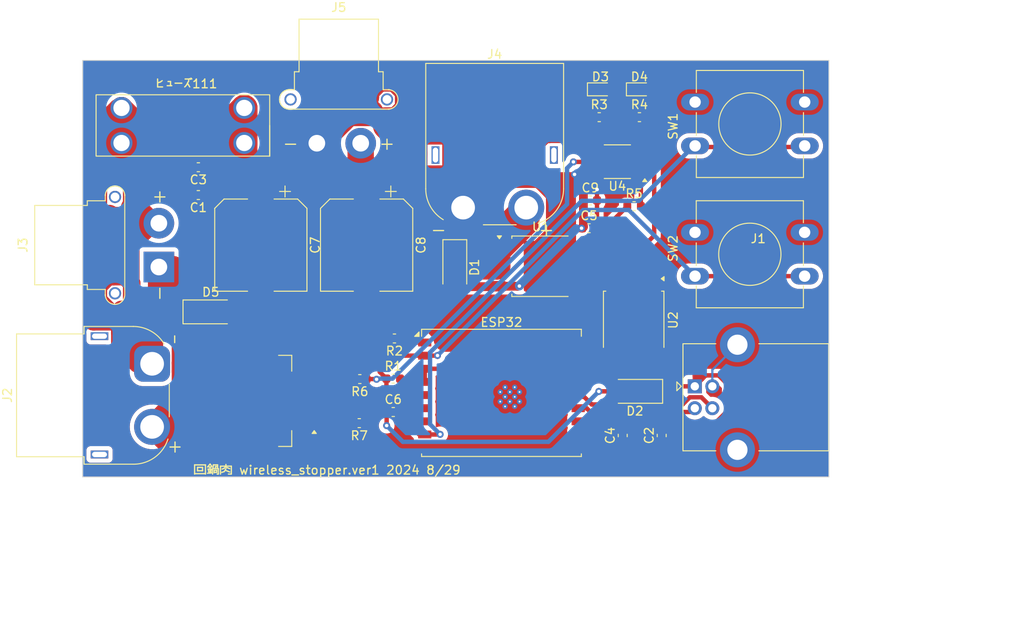
<source format=kicad_pcb>
(kicad_pcb (version 20240108) (generator "pcbnew") (generator_version "8.0")
  (layers (0 "F.Cu" signal) (31 "B.Cu" signal) (34 "B.Paste" user) (35 "F.Paste" user) (36 "B.SilkS" user "B.Silkscreen") (37 "F.SilkS" user "F.Silkscreen") (38 "B.Mask" user) (39 "F.Mask" user) (44 "Edge.Cuts" user))
  (net 0 "")
  (net 1 "+24V")
  (net 2 "GND1")
  (net 3 "GND")
  (net 4 "+5V")
  (net 5 "+12V")
  (net 6 "+3.3V")
  (net 7 "Net-(D3-A)")
  (net 8 "Net-(D4-A)")
  (net 9 "-1")
  (net 10 "USB+")
  (net 11 "USB-")
  (net 12 "+1")
  (net 13 "Net-(Q1-G)")
  (net 14 "Net-(U3-IO9)")
  (net 15 "Net-(U3-EN)")
  (net 16 "Net-(R5-Pad2)")
  (net 17 "PS1")
  (net 18 "Net-(R6-Pad1)")
  (footprint "Package_TO_SOT_SMD:TO-252-2" (layer "F.Cu") (at 188.575 84.765 -90)
    (property "Reference" "U2")
    (property "Value" "LP2950-3.3_TO252")
  )
  (footprint "RF_Module:ESP32-C3-WROOM-02U" (layer "F.Cu") (at 173.495 93.315)
    (property "Reference" "ESP32")
    (property "Value" "ESP32-C3-WROOM-02U")
  )
  (footprint "Connector_AMASS:AMASS_XT30PW-F_1x02_P2.50mm_Horizontal" (layer "F.Cu") (at 134.42 78.7 90)
    (property "Reference" "J3")
    (property "Value" "XT60PW-M")
  )
  (footprint "Capacitor_SMD:C_0603_1608Metric" (layer "F.Cu") (at 191.77 97.93 90)
    (property "Reference" "C2")
    (property "Value" "47u")
  )
  (footprint "Capacitor_SMD:C_0603_1608Metric" (layer "F.Cu") (at 138.925 67.31 180)
    (property "Reference" "C3")
    (property "Value" "0.1u")
  )
  (footprint "Capacitor_SMD:C_0603_1608Metric" (layer "F.Cu") (at 161.15 95.25)
    (property "Reference" "C6")
    (property "Value" "0.1u")
  )
  (footprint "Capacitor_SMD:CP_Elec_10x10" (layer "F.Cu") (at 146.05 76.2 -90)
    (property "Reference" "C7")
    (property "Value" "330u")
  )
  (footprint "Capacitor_SMD:C_0603_1608Metric" (layer "F.Cu") (at 157.2768 96.52 180)
    (property "Reference" "R7")
    (property "Value" "10")
  )
  (footprint "Capacitor_SMD:CP_Elec_10x10" (layer "F.Cu") (at 158.115 76.2 -90)
    (property "Reference" "C8")
    (property "Value" "330u")
  )
  (footprint "Connector_AMASS:AMASS_XT60PW-M_1x02_P7.20mm_Horizontal" (layer "F.Cu") (at 169.12 71.92)
    (property "Reference" "J4")
    (property "Value" "XT60PW-M")
  )
  (footprint "Capacitor_SMD:C_0603_1608Metric" (layer "F.Cu") (at 187.325 97.93 90)
    (property "Reference" "C4")
    (property "Value" "0.1u")
  )
  (footprint "Connector_USB:USB_B_Lumberg_2411_02_Horizontal" (layer "F.Cu") (at 195.546 92.318)
    (property "Reference" "J1")
    (property "Value" "USB_B")
  )
  (footprint "Package_SO:MFSOP6-5_4.4x3.6mm_P1.27mm" (layer "F.Cu") (at 186.715 66.675 180)
    (property "Reference" "U4")
    (property "Value" "TLP130")
  )
  (footprint "Connector_AMASS:AMASS_XT60PW-F_1x02_P7.20mm_Horizontal" (layer "F.Cu") (at 133.65 89.745 90)
    (property "Reference" "J2")
    (property "Value" "XT60PW-M")
  )
  (footprint "Button_Switch_THT:SW_PUSH-12mm" (layer "F.Cu") (at 195.571 74.743)
    (property "Reference" "SW2")
    (property "Value" "RESET")
  )
  (footprint "Capacitor_SMD:C_0603_1608Metric" (layer "F.Cu") (at 189.23 61.595)
    (property "Reference" "R4")
    (property "Value" "550")
  )
  (footprint "Connector_AMASS:AMASS_XT30PW-F_1x02_P2.50mm_Horizontal" (layer "F.Cu") (at 152.44 64.57)
    (property "Reference" "J5")
    (property "Value" "XT60PW-M")
  )
  (footprint "Diode_SMD:D_SOD-128" (layer "F.Cu") (at 188.715 92.89 180)
    (property "Reference" "D2")
    (property "Value" "D")
  )
  (footprint "Capacitor_SMD:C_0603_1608Metric" (layer "F.Cu") (at 157.34 91.4908 180)
    (property "Reference" "R6")
    (property "Value" "1K")
  )
  (footprint "Capacitor_SMD:C_0603_1608Metric" (layer "F.Cu") (at 138.925 70.485 180)
    (property "Reference" "C1")
    (property "Value" "47u")
  )
  (footprint "Capacitor_SMD:C_0603_1608Metric" (layer "F.Cu") (at 161.15 91.44)
    (property "Reference" "R1")
    (property "Value" "10K")
  )
  (footprint "XS-506:XS-506A" (layer "F.Cu") (at 137.56 66.04 180)
    (property "Reference" "ヒューズ111")
    (property "Value" "~")
  )
  (footprint "Capacitor_SMD:C_0603_1608Metric" (layer "F.Cu") (at 188.62 71.755)
    (property "Reference" "R5")
    (property "Value" "100")
  )
  (footprint "Button_Switch_THT:SW_PUSH-12mm" (layer "F.Cu") (at 195.58 59.8716)
    (property "Reference" "SW1")
    (property "Value" "BOOT")
  )
  (footprint "Capacitor_SMD:C_0603_1608Metric" (layer "F.Cu") (at 184.645 61.595)
    (property "Reference" "R3")
    (property "Value" "1k")
  )
  (footprint "Package_TO_SOT_SMD:TO-263-2" (layer "F.Cu") (at 144.75 93.98 180)
    (property "Reference" "Q1" (hide yes))
    (property "Value" "RSJ400N10")
  )
  (footprint "Capacitor_SMD:C_0603_1608Metric" (layer "F.Cu") (at 161.29 86.855 180)
    (property "Reference" "R2")
    (property "Value" "10K")
  )
  (footprint "LED_SMD:LED_0603_1608Metric" (layer "F.Cu") (at 189.23 58.42)
    (property "Reference" "D4")
    (property "Value" "LED")
  )
  (footprint "Capacitor_SMD:C_0603_1608Metric" (layer "F.Cu") (at 183.6166 71.0946)
    (property "Reference" "C9")
    (property "Value" "0.1u")
  )
  (footprint "Diode_SMD:D_SOD-128" (layer "F.Cu") (at 168.1734 78.74 -90)
    (property "Reference" "D1")
    (property "Value" "D")
  )
  (footprint "Diode_SMD:D_SOD-128" (layer "F.Cu") (at 140.335 83.82)
    (property "Reference" "D5")
    (property "Value" "D")
  )
  (footprint "LED_SMD:LED_0603_1608Metric" (layer "F.Cu") (at 184.785 58.42)
    (property "Reference" "D3")
    (property "Value" "LED")
  )
  (footprint "Capacitor_SMD:C_0603_1608Metric" (layer "F.Cu") (at 183.4766 74.2696)
    (property "Reference" "C5")
    (property "Value" "0.1u")
  )
  (footprint "Package_TO_SOT_SMD:TO-252-2" (layer "F.Cu") (at 177.9864 78.612)
    (property "Reference" "U1")
    (property "Value" "L7812")
  )
  (gr_rect (start 125.73 55.118) (end 210.8454 102.6668) (stroke (width 0.1)) (fill none) (layer "Edge.Cuts"))
  (gr_text "回鍋肉 wireless_stopper.ver1 2024 8/29" (at 138.303 102.4636 0) (layer "F.SilkS") (effects (font (size 1 1)) (justify left bottom)))
  (segment (start 161.5318 72.2) (end 162.7378 73.406) (width 3) (layer "F.Cu") (net 1))
  (segment (start 140.462 64.238) (end 140.462 67.148) (width 3) (layer "F.Cu") (net 1))
  (segment (start 160.1094 72.0344) (end 159.9438 72.2) (width 3) (layer "F.Cu") (net 1))
  (segment (start 154.793 69.449) (end 153.852 70.39) (width 3) (layer "F.Cu") (net 1))
  (segment (start 159.9438 72.2) (end 161.5318 72.2) (width 3) (layer "F.Cu") (net 1))
  (segment (start 156.222 68.02) (end 144.918 68.02) (width 3) (layer "F.Cu") (net 1))
  (segment (start 176.32 73.563717) (end 176.32 71.92) (width 3) (layer "F.Cu") (net 1))
  (segment (start 161.3916 74.422) (end 165.5896 78.62) (width 3) (layer "F.Cu") (net 1))
  (segment (start 173 78.62) (end 173 75.24) (width 3) (layer "F.Cu") (net 1))
  (segment (start 144.16 60.54) (end 144.16 64.54) (width 3) (layer "F.Cu") (net 1))
  (segment (start 147.288 70.39) (end 149.098 72.2) (width 3) (layer "F.Cu") (net 1))
  (segment (start 158.476 67.838) (end 162.6724 72.0344) (width 3) (layer "F.Cu") (net 1))
  (segment (start 144.123596 64.54) (end 141.353596 67.31) (width 3) (layer "F.Cu") (net 1))
  (segment (start 162.6724 72.0344) (end 163.1696 72.0344) (width 3) (layer "F.Cu") (net 1))
  (segment (start 165.5896 78.62) (end 173 78.62) (width 3) (layer "F.Cu") (net 1))
  (segment (start 165.2778 72.0344) (end 163.1696 72.0344) (width 3) (layer "F.Cu") (net 1))
  (segment (start 144.16 64.54) (end 144.123596 64.54) (width 3) (layer "F.Cu") (net 1))
  (segment (start 172.57 75.67) (end 173 75.24) (width 3) (layer "F.Cu") (net 1))
  (segment (start 158.115 72.2) (end 159.9438 72.2) (width 3) (layer "F.Cu") (net 1))
  (segment (start 140.3 68.834) (end 140.3 64.4) (width 3) (layer "F.Cu") (net 1))
  (segment (start 168.275 78.445) (end 172.825 78.445) (width 3) (layer "F.Cu") (net 1))
  (segment (start 144.272 74.422) (end 160.655 74.422) (width 3) (layer "F.Cu") (net 1))
  (segment (start 157.44 64.57) (end 157.44 66.802) (width 3) (layer "F.Cu") (net 1))
  (segment (start 153.852 70.39) (end 147.288 70.39) (width 3) (layer "F.Cu") (net 1))
  (segment (start 140.3 70.485) (end 141.986 70.485) (width 3) (layer "F.Cu") (net 1))
  (segment (start 162.7378 73.406) (end 167.9518 78.62) (width 3) (layer "F.Cu") (net 1))
  (segment (start 155.448 72.2) (end 158.115 72.2) (width 3) (layer "F.Cu") (net 1))
  (segment (start 157.44 71.525) (end 158.115 72.2) (width 3) (layer "F.Cu") (net 1))
  (segment (start 144.335 70.485) (end 146.05 72.2) (width 3) (layer "F.Cu") (net 1))
  (segment (start 158.476 67.838) (end 158.476 69.1442) (width 3) (layer "F.Cu") (net 1))
  (segment (start 140.3 67.31) (end 140.3 68.834) (width 3) (layer "F.Cu") (net 1))
  (segment (start 167.9518 78.62) (end 173 78.62) (width 3) (layer "F.Cu") (net 1))
  (segment (start 155.448 70.104) (end 154.793 69.449) (width 3) (layer "F.Cu") (net 1))
  (segment (start 163.1696 72.0344) (end 160.1094 72.0344) (width 3) (layer "F.Cu") (net 1))
  (segment (start 164.065 74.235) (end 165.5 75.67) (width 3) (layer "F.Cu") (net 1))
  (segment (start 176.32 70.88) (end 176.32 71.92) (width 0.5) (layer "F.Cu") (net 1))
  (segment (start 140.3 70.485) (end 140.335 70.485) (width 3) (layer "F.Cu") (net 1))
  (segment (start 160.655 74.422) (end 163.83 74.422) (width 3) (layer "F.Cu") (net 1))
  (segment (start 144.16 66.802) (end 144.16 70.31) (width 3) (layer "F.Cu") (net 1))
  (segment (start 169.12 77.6) (end 168.275 78.445) (width 3) (layer "F.Cu") (net 1))
  (segment (start 164.252 74.422) (end 163.83 74.422) (width 3) (layer "F.Cu") (net 1))
  (segment (start 157.44 66.802) (end 158.476 67.838) (width 3) (layer "F.Cu") (net 1))
  (segment (start 144.16 66.802) (end 144.16 67.262) (width 3) (layer "F.Cu") (net 1))
  (segment (start 144.16 67.262) (end 147.288 70.39) (width 3) (layer "F.Cu") (net 1))
  (segment (start 165.5 75.67) (end 165.2778 75.4478) (width 3) (layer "F.Cu") (net 1))
  (segment (start 168.275 78.445) (end 164.252 74.422) (width 3) (layer "F.Cu") (net 1))
  (segment (start 158.476 69.1442) (end 162.7378 73.406) (width 3) (layer "F.Cu") (net 1))
  (segment (start 165.5 75.67) (end 172.57 75.67) (width 3) (layer "F.Cu") (net 1))
  (segment (start 149.098 72.2) (end 155.448 72.2) (width 3) (layer "F.Cu") (net 1))
  (segment (start 140.335 70.485) (end 144.272 74.422) (width 3) (layer "F.Cu") (net 1))
  (segment (start 155.448 72.2) (end 155.448 70.104) (width 3) (layer "F.Cu") (net 1))
  (segment (start 173 76.883717) (end 176.32 73.563717) (width 3) (layer "F.Cu") (net 1))
  (segment (start 141.353596 67.31) (end 140.3 67.31) (width 3) (layer "F.Cu") (net 1))
  (segment (start 157.44 66.802) (end 156.222 68.02) (width 3) (layer "F.Cu") (net 1))
  (segment (start 144.16 60.54) (end 140.462 64.238) (width 3) (layer "F.Cu") (net 1))
  (segment (start 141.986 67.942404) (end 141.353596 67.31) (width 3) (layer "F.Cu") (net 1))
  (segment (start 141.986 70.485) (end 141.986 67.942404) (width 3) (layer "F.Cu") (net 1))
  (segment (start 157.44 66.802) (end 157.44 69.85) (width 3) (layer "F.Cu") (net 1))
  (segment (start 144.918 68.02) (end 144.16 67.262) (width 3) (layer "F.Cu") (net 1))
  (segment (start 173 75.24) (end 176.32 71.92) (width 3) (layer "F.Cu") (net 1))
  (segment (start 157.44 66.802) (end 154.793 69.449) (width 3) (layer "F.Cu") (net 1))
  (segment (start 160.655 74.422) (end 161.3916 74.422) (width 3) (layer "F.Cu") (net 1))
  (segment (start 140.3 64.4) (end 140.462 64.238) (width 3) (layer "F.Cu") (net 1))
  (segment (start 144.16 70.31) (end 144.335 70.485) (width 3) (layer "F.Cu") (net 1))
  (segment (start 140.462 67.148) (end 140.3 67.31) (width 3) (layer "F.Cu") (net 1))
  (segment (start 146.05 72.2) (end 149.098 72.2) (width 3) (layer "F.Cu") (net 1))
  (segment (start 173 78.62) (end 173 76.883717) (width 3) (layer "F.Cu") (net 1))
  (segment (start 165.2778 75.4478) (end 165.2778 72.0344) (width 3) (layer "F.Cu") (net 1))
  (segment (start 140.3 68.834) (end 140.3 70.485) (width 3) (layer "F.Cu") (net 1))
  (segment (start 157.44 69.85) (end 157.44 71.525) (width 3) (layer "F.Cu") (net 1))
  (segment (start 144.16 60.54) (end 144.16 66.802) (width 3) (layer "F.Cu") (net 1))
  (segment (start 141.986 70.485) (end 144.335 70.485) (width 3) (layer "F.Cu") (net 1))
  (segment (start 154.3762 85.72) (end 154.7114 86.0552) (width 3) (layer "F.Cu") (net 2))
  (segment (start 179.57 75.049) (end 180.3908 75.8698) (width 0.5) (layer "F.Cu") (net 2))
  (segment (start 177.9 67.3) (end 177.9 68.1) (width 0.5) (layer "F.Cu") (net 2))
  (segment (start 162.2806 61.2648) (end 161.5754 61.97) (width 3) (layer "F.Cu") (net 2))
  (segment (start 180.2158 79.375) (end 177.625 76.7842) (width 2) (layer "F.Cu") (net 2))
  (segment (start 141.732 76.2) (end 142.113 76.581) (width 0.5) (layer "F.Cu") (net 2))
  (segment (start 179.1716 69.627182) (end 180.327182 69.627182) (width 0.5) (layer "F.Cu") (net 2))
  (segment (start 167.248424 86.878576) (end 167.248424 85.218424) (width 3) (layer "F.Cu") (net 2))
  (segment (start 163.82 68.62) (end 163.5506 68.3506) (width 3) (layer "F.Cu") (net 2))
  (segment (start 172.3136 86.868) (end 169.5106 86.868) (width 3) (layer "F.Cu") (net 2))
  (segment (start 141.351 75.692) (end 141.351 75.946) (width 0.5) (layer "F.Cu") (net 2))
  (segment (start 147 85.72) (end 154.3762 85.72) (width 3) (layer "F.Cu") (net 2))
  (segment (start 178.7 68.1) (end 177.9 68.1) (width 0.5) (layer "F.Cu") (net 2))
  (segment (start 170.1 64.3) (end 169.4 65) (width 0.5) (layer "F.Cu") (net 2))
  (segment (start 178.2 64.3) (end 177.8 64.3) (width 0.5) (layer "F.Cu") (net 2))
  (segment (start 170.2908 71.92) (end 174.0408 68.17) (width 3) (layer "F.Cu") (net 2))
  (segment (start 165.3794 82.160644) (end 165.3794 81.82) (width 3) (layer "F.Cu") (net 2))
  (segment (start 181.2 68.127182) (end 181.827182 68.127182) (width 0.5) (layer "F.Cu") (net 2))
  (segment (start 181.149282 68.805082) (end 180.754364 69.2) (width 0.5) (layer "F.Cu") (net 2))
  (segment (start 155.187182 61.943782) (end 156.010963 61.12) (width 3) (layer "F.Cu") (net 2))
  (segment (start 144.885 86.17) (end 142.535 83.82) (width 3) (layer "F.Cu") (net 2))
  (segment (start 141.986 75.184) (end 141.986 75.946) (width 0.5) (layer "F.Cu") (net 2))
  (segment (start 168.2399 63.8399) (end 167.62 63.22) (width 3) (layer "F.Cu") (net 2))
  (segment (start 180.975 79.375) (end 180.975 77.7748) (width 0.5) (layer "F.Cu") (net 2))
  (segment (start 181.0766 84.4296) (end 180.975 84.328) (width 3) (layer "F.Cu") (net 2))
  (segment (start 180.9214 77.087) (end 180.9214 76.070449) (width 0.25) (layer "F.Cu") (net 2))
  (segment (start 177.9552 84.328) (end 177.625 83.9978) (width 3) (layer "F.Cu") (net 2))
  (segment (start 181.299849 71.633351) (end 180.9214 72.0118) (width 0.5) (layer "F.Cu") (net 2))
  (segment (start 141.224 76.708) (end 141.224 76.5) (width 0.5) (layer "F.Cu") (net 2))
  (segment (start 180.2 69.2) (end 179.7304 69.2) (width 0.5) (layer "F.Cu") (net 2))
  (segment (start 164.6174 62.7477) (end 167.1477 62.7477) (width 2) (layer "F.Cu") (net 2))
  (segment (start 179.57 74.8392) (end 179.57 75.049) (width 0.5) (layer "F.Cu") (net 2))
  (segment (start 180.975 79.375) (end 180.2158 79.375) (width 2) (layer "F.Cu") (net 2))
  (segment (start 159.445887 57.17) (end 161.434113 57.17) (width 3) (layer "F.Cu") (net 2))
  (segment (start 169.12 71.92) (end 169.12 68.4784) (width 3) (layer "F.Cu") (net 2))
  (segment (start 180.5016 76.6672) (end 180.5016 73.35833) (width 3) (layer "F.Cu") (net 2))
  (segment (start 164.366 83.34) (end 168.7856 83.34) (width 3) (layer "F.Cu") (net 2))
  (segment (start 156.010963 61.12) (end 158.5722 61.12) (width 3) (layer "F.Cu") (net 2))
  (segment (start 176.3 65.8) (end 177.0988 66.5988) (width 0.5) (layer "F.Cu") (net 2))
  (segment (start 174.72 85.48) (end 168.1226 85.48) (width 3) (layer "F.Cu") (net 2))
  (segment (start 180.9 68.6) (end 180.9 68.427182) (width 0.5) (layer "F.Cu") (net 2))
  (segment (start 180.9 68.6) (end 180.5 69) (width 0.5) (layer "F.Cu") (net 2))
  (segment (start 163.5506 65.801563) (end 163.5506 63.8145) (width 3) (layer "F.Cu") (net 2))
  (segment (start 171.6 64.3) (end 171.3 64.3) (width 0.5) (layer "F.Cu") (net 2))
  (segment (start 174.6 67.8) (end 174.6 67.6) (width 3) (layer "F.Cu") (net 2))
  (segment (start 181.477649 75.514201) (end 181.477649 71.9836) (width 0.25) (layer "F.Cu") (net 2))
  (segment (start 162.413 81.387) (end 148.633 81.387) (width 3) (layer "F.Cu") (net 2))
  (segment (start 177.625 86.3572) (end 177.625 83.9978) (width 3) (layer "F.Cu") (net 2))
  (segment (start 145.5625 80.7925) (end 144.5465 81.8085) (width 3) (layer "F.Cu") (net 2))
  (segment (start 180.754364 69.2) (end 178.5 69.2) (width 0.5) (layer "F.Cu") (net 2))
  (segment (start 168.7856 83.34) (end 172.3136 86.868) (width 3) (layer "F.Cu") (net 2))
  (segment (start 180.975 77.7748) (end 180.3146 77.1144) (width 0.5) (layer "F.Cu") (net 2))
  (segment (start 179.1716 77.5716) (end 179.1716 76.8858) (width 0.5) (layer "F.Cu") (net 2))
  (segment (start 149.65 90.678) (end 155.2448 90.678) (width 3) (layer "F.Cu") (net 2))
  (segment (start 171.6 64.3) (end 170.1 64.3) (width 0.5) (layer "F.Cu") (net 2))
  (segment (start 177.4 64.3) (end 171.6 64.3) (width 0.5) (layer "F.Cu") (net 2))
  (segment (start 179.927182 70.027182) (end 180.327182 69.627182) (width 0.5) (layer "F.Cu") (net 2))
  (segment (start 181.223649 68.730715) (end 181.223649 71.557151) (width 0.5) (layer "F.Cu") (net 2))
  (segment (start 158.115 80.2) (end 146.05 80.2) (width 3) (layer "F.Cu") (net 2))
  (segment (start 162.84 60.7054) (end 162.2806 61.2648) (width 3) (layer "F.Cu") (net 2))
  (segment (start 155.09 57.17) (end 161.57 57.17) (width 3) (layer "F.Cu") (net 2))
  (segment (start 180.327182 69.627182) (end 180.327182 70.660685) (width 0.5) (layer "F.Cu") (net 2))
  (segment (start 141.859 75.057) (end 141.351 75.565) (width 0.5) (layer "F.Cu") (net 2))
  (segment (start 179.57 70.42) (end 177.32 68.17) (width 2) (layer "F.Cu") (net 2))
  (segment (start 141.732 75.692) (end 141.859 75.819) (width 0.5) (layer "F.Cu") (net 2))
  (segment (start 180.9214 76.070449) (end 181.264425 75.727425) (width 0.25) (layer "F.Cu") (net 2))
  (segment (start 166.388883 68.62) (end 168.12 68.62) (width 3) (layer "F.Cu") (net 2))
  (segment (start 177.8 64.7) (end 177.65 64.85) (width 0.5) (layer "F.Cu") (net 2))
  (segment (start 163.5506 63.8145) (end 164.6174 62.7477) (width 3) (layer "F.Cu") (net 2))
  (segment (start 179.9336 76.7334) (end 179.9336 75.2028) (width 0.5) (layer "F.Cu") (net 2))
  (segment (start 141.224 74.422) (end 142.535 75.733) (width 0.5) (layer "F.Cu") (net 2))
  (segment (start 179.9336 76.327) (end 180.2638 75.9968) (width 0.5) (layer "F.Cu") (net 2))
  (segment (start 141.859 75.819) (end 141.986 75.946) (width 0.5) (layer "F.Cu") (net 2))
  (segment (start 179.7304 69.2) (end 179.451 69.2) (width 0.5) (layer "F.Cu") (net 2))
  (segment (start 155.187182 61.943782) (end 155.187182 60.648382) (width 3) (layer "F.Cu") (net 2))
  (segment (start 184.3916 71.0946) (end 184.3916 74.1296) (width 0.5) (layer "F.Cu") (net 2))
  (segment (start 178.727182 68.127182) (end 179.6288 68.127182) (width 0.5) (layer "F.Cu") (net 2))
  (segment (start 180.2638 75.9968) (end 180.1114 76.1492) (width 0.5) (layer "F.Cu") (net 2))
  (segment (start 143.129 76.327) (end 146.05 79.248) (width 0.5) (layer "F.Cu") (net 2))
  (segment (start 181.264425 75.727425) (end 181.477649 75.5142) (width 0.25) (layer "F.Cu") (net 2))
  (segment (start 146.05 79.248) (end 146.05 80.2) (width 0.5) (layer "F.Cu") (net 2))
  (segment (start 155.2448 90.678) (end 155.2448 84.455) (width 3) (layer "F.Cu") (net 2))
  (segment (start 147.53 87.4) (end 147 87.4) (width 0.5) (layer "F.Cu") (net 2))
  (segment (start 141.859 75.819) (end 141.478 75.819) (width 0.5) (layer "F.Cu") (net 2))
  (segment (start 152.44 64.57) (end 152.44 59.82) (width 3) (layer "F.Cu") (net 2))
  (segment (start 147.53 87.4) (end 147.53 84.792) (width 0.5) (layer "F.Cu") (net 2))
  (segment (start 181.5338 77.7748) (end 181.5338 78.3336) (width 0.5) (layer "F.Cu") (net 2))
  (segment (start 181.477649 69.133449) (end 181.149282 68.805082) (width 0.25) (layer "F.Cu") (net 2))
  (segment (start 181.477649 77.312249) (end 181.031151 77.312249) (width 0.5) (layer "F.Cu") (net 2))
  (segment (start 176.3 65.8) (end 176.3 65.4) (width 0.5) (layer "F.Cu") (net 2))
  (segment (start 180.086 76.8858) (end 179.9336 76.7334) (width 0.5) (layer "F.Cu") (net 2))
  (segment (start 170 65.6) (end 171.05 66.65) (width 3) (layer "F.Cu") (net 2))
  (segment (start 160.1999 62.7477) (end 164.6174 62.7477) (width 2) (layer "F.Cu") (net 2))
  (segment (start 169.12 71.351117) (end 166.388883 68.62) (width 3) (layer "F.Cu") (net 2))
  (segment (start 177.8 64.7) (end 177.4 64.7) (width 0.5) (layer "F.Cu") (net 2))
  (segment (start 181.477649 77.312249) (end 181.477649 75.5142) (width 0.5) (layer "F.Cu") (net 2))
  (segment (start 143.335 78.565) (end 159.591 78.565) (width 3) (layer "F.Cu") (net 2))
  (segment (start 180.975 68.979364) (end 180.975 79.375) (width 0.5) (layer "F.Cu") (net 2))
  (segment (start 141.859 75.057) (end 143.129 76.327) (width 0.5) (layer "F.Cu") (net 2))
  (segment (start 179.1716 75.2376) (end 179.57 74.8392) (width 0.5) (layer "F.Cu") (net 2))
  (segment (start 143.129 76.327) (end 142.703 76.327) (width 0.5) (layer "F.Cu") (net 2))
  (segment (start 180.9214 77.087) (end 180.9214 72.539849) (width 0.25) (layer "F.Cu") (net 2))
  (segment (start 141.859 75.819) (end 141.945 75.733) (width 0.5) (layer "F.Cu") (net 2))
  (segment (start 161.009116 78.565) (end 159.591 78.565) (width 3) (layer "F.Cu") (net 2))
  (segment (start 182.92 64) (end 182.92 64.3) (width 0.5) (layer "F.Cu") (net 2))
  (segment (start 180.975 84.328) (end 177.9552 84.328) (width 3) (layer "F.Cu") (net 2))
  (segment (start 155.2448 84.455) (end 155.8798 83.82) (width 3) (layer "F.Cu") (net 2))
  (segment (start 138.15 67.31) (end 138.15 70.485) (width 0.5) (layer "F.Cu") (net 2))
  (segment (start 180.05 69.05) (end 180.2 69.2) (width 0.5) (layer "F.Cu") (net 2))
  (segment (start 162.413 81.387) (end 164.366 83.34) (width 3) (layer "F.Cu") (net 2))
  (segment (start 179.1716 76.8858) (end 179.7304 76.327) (width 0.5) (layer "F.Cu") (net 2))
  (segment (start 163.5506 68.3506) (end 163.5506 65.801563) (width 3) (layer "F.Cu") (net 2))
  (segment (start 180.3908 77.0382) (end 180.3908 75.8698) (width 0.5) (layer "F.Cu") (net 2))
  (segment (start 148.9 83.82) (end 155.8798 83.82) (width 3) (layer "F.Cu") (net 2))
  (segment (start 155.187182 60.648382) (end 155.187182 60.077818) (width 3) (layer "F.Cu") (net 2))
  (segment (start 171.3 64.3) (end 171.2 64.4) (width 0.5) (layer "F.Cu") (net 2))
  (segment (start 183.7 64.7) (end 182.92 64.7) (width 0.5) (layer "F.Cu") (net 2))
  (segment (start 180.3908 75.8698) (end 180.2638 75.9968) (width 0.5) (layer "F.Cu") (net 2))
  (segment (start 184.3916 74.1296) (end 184.2516 74.2696) (width 0.5) (layer "F.Cu") (net 2))
  (segment (start 146.2 86.17) (end 144.885 86.17) (width 3) (layer "F.Cu") (net 2))
  (segment (start 181.477649 71.811151) (end 181.736497 72.07) (width 0.5) (layer "F.Cu") (net 2))
  (segment (start 154.7114 86.0552) (end 155.9052 86.0552) (width 3) (layer "F.Cu") (net 2))
  (segment (start 168.9784 68.62) (end 165.3032 68.62) (width 3) (layer "F.Cu") (net 2))
  (segment (start 152.560963 64.57) (end 155.187182 61.943782) (width 3) (layer "F.Cu") (net 2))
  (segment (start 178.2 64.3) (end 178.2 64.72) (width 0.5) (layer "F.Cu") (net 2))
  (segment (start 178.22 64.82) (end 177.9 65.14) (width 0.5) (layer "F.Cu") (net 2))
  (segment (start 142.535 78.019) (end 142.535 83.82) (width 3) (layer "F.Cu") (net 2))
  (segment (start 180.327182 70.660685) (end 181.223649 71.557151) (width 0.5) (layer "F.Cu") (net 2))
  (segment (start 182.92 64.76) (end 183.565 65.405) (width 0.5) (layer "F.Cu") (net 2))
  (segment (start 177.9 65.14) (end 177.9 67.3) (width 0.5) (layer "F.Cu") (net 2))
  (segment (start 153.3994 58.8606) (end 155.09 57.17) (width 3) (layer "F.Cu") (net 2))
  (segment (start 164.38 83.82) (end 164.613 83.587) (width 3) (layer "F.Cu") (net 2))
  (segment (start 183.7 65.27) (end 183.565 65.405) (width 0.5) (layer "F.Cu") (net 2))
  (segment (start 177.2 64.5) (end 177.4 64.3) (width 0.5) (layer "F.Cu") (net 2))
  (segment (start 179.7304 76.327) (end 179.7304 76.5302) (width 0.5) (layer "F.Cu") (net 2))
  (segment (start 141.224 76.708) (end 141.478 76.454) (width 0.5) (layer "F.Cu") (net 2))
  (segment (start 141.605 76.581) (end 141.478 76.708) (width 0.5) (layer "F.Cu") (net 2))
  (segment (start 176.3 65.4) (end 177.2 64.5) (width 0.5) (layer "F.Cu") (net 2))
  (segment (start 147.804644 86.17) (end 149.65 88.015356) (width 3) (layer "F.Cu") (net 2))
  (segment (start 180.5 77.0128) (end 180.5 76.5378) (width 0.5) (layer "F.Cu") (net 2))
  (segment (start 167.1477 62.7477) (end 169.4 65) (width 3) (layer "F.Cu") (net 2))
  (segment (start 164.613 83.587) (end 162.413 81.387) (width 3) (layer "F.Cu") (net 2))
  (segment (start 181.736497 69.342) (end 181.736497 68.217867) (width 0.5) (layer "F.Cu") (net 2))
  (segment (start 156.5656 59.309) (end 158.04 59.309) (width 3) (layer "F.Cu") (net 2))
  (segment (start 179.57 74.8392) (end 177.625 76.7842) (width 2) (layer "F.Cu") (net 2))
  (segment (start 141.478 75.819) (end 141.351 75.946) (width 0.5) (layer "F.Cu") (net 2))
  (segment (start 179.705 78.105) (end 179.1716 77.5716) (width 2) (layer "F.Cu") (net 2))
  (segment (start 167.195 85.165) (end 166.821 85.165) (width 3) (layer "F.Cu") (net 2))
  (segment (start 156.2608 59.0042) (end 156.5656 59.309) (width 3) (layer "F.Cu") (net 2))
  (segment (start 142.535 78.019) (end 142.789 78.019) (width 3) (layer "F.Cu") (net 2))
  (segment (start 181.736497 68.217867) (end 181.827182 68.127182) (width 0.5) (layer "F.Cu") (net 2))
  (segment (start 149.65 88.015356) (end 149.65 90.678) (width 3) (layer "F.Cu") (net 2))
  (segment (start 178.427182 69.627182) (end 179.1716 69.627182) (width 0.5) (layer "F.Cu") (net 2))
  (segment (start 141.478 76.708) (end 141.478 76.962) (width 0.5) (layer "F.Cu") (net 2))
  (segment (start 177.65 64.85) (end 176.7 65.8) (width 0.5) (layer "F.Cu") (net 2))
  (segment (start 163.5506 65.801563) (end 160.348318 62.599281) (width 3) (layer "F.Cu") (net 2))
  (segment (start 138.15 71.348) (end 141.224 74.422) (width 0.5) (layer "F.Cu") (net 2))
  (segment (start 168.7856 83.34) (end 166.558756 83.34) (width 3) (layer "F.Cu") (net 2))
  (segment (start 177.5968 66.5988) (end 179.125182 68.127182) (width 0.5) (layer "F.Cu") (net 2))
  (segment (start 142.113 76.581) (end 141.605 76.581) (width 0.5) (layer "F.Cu") (net 2))
  (segment (start 168.7856 83.34) (end 176.9672 83.34) (width 3) (layer "F.Cu") (net 2))
  (segment (start 176.7 65.8) (end 176.3 65.8) (width 0.5) (layer "F.Cu") (net 2))
  (segment (start 172.3136 86.868) (end 177.1142 86.868) (width 3) (layer "F.Cu") (net 2))
  (segment (start 161.5754 61.97) (end 160.2486 61.97) (width 3) (layer "F.Cu") (net 2))
  (segment (start 181.477649 75.5142) (end 181.477649 71.9836) (width 0.5) (layer "F.Cu") (net 2))
  (segment (start 180.3146 77.1144) (end 180.086 76.8858) (width 0.5) (layer "F.Cu") (net 2))
  (segment (start 141.945 75.733) (end 142.535 75.733) (width 0.5) (layer "F.Cu") (net 2))
  (segment (start 141.351 75.692) (end 141.732 75.692) (width 0.5) (layer "F.Cu") (net 2))
  (segment (start 180 69) (end 180.05 69.05) (width 0.5) (layer "F.Cu") (net 2))
  (segment (start 180.9 68.427182) (end 181.2 68.127182) (width 0.5) (layer "F.Cu") (net 2))
  (segment (start 161.57 57.17) (end 167.1477 62.7477) (width 3) (layer "F.Cu") (net 2))
  (segment (start 182.1688 77.8764) (end 180.975 79.0702) (width 0.5) (layer "F.Cu") (net 2))
  (segment (start 141.478 76.454) (end 141.478 76.708) (width 0.5) (layer "F.Cu") (net 2))
  (segment (start 180.9214 72.539849) (end 181.477649 71.9836) (width 0.25) (layer "F.Cu") (net 2))
  (segment (start 146.2 83.82) (end 146.2 86.17) (width 3) (layer "F.Cu") (net 2))
  (segment (start 169.12 68.4784) (end 169.12 66.48) (width 3) (layer "F.Cu") (net 2))
  (segment (start 180.5 75.8698) (end 180.5 77.0128) (width 0.5) (layer "F.Cu") (net 2))
  (segment (start 180.5 69) (end 180.45 69.05) (width 0.5) (layer "F.Cu") (net 2))
  (segment (start 180.5 75.8698) (end 180.3908 75.8698) (width 0.5) (layer "F.Cu") (net 2))
  (segment (start 182.92 64) (end 183 64) (width 0.5) (layer "F.Cu") (net 2))
  (segment (start 181.7116 77.7748) (end 181.7116 77.5462) (width 0.5) (layer "F.Cu") (net 2))
  (segment (start 141.224 76.5) (end 141.224 77.376) (width 0.5) (layer "F.Cu") (net 2))
  (segment (start 177.0988 66.5988) (end 177.5968 66.5988) (width 0.5) (layer "F.Cu") (net 2))
  (segment (start 180.975 79.375) (end 180.975 77.3684) (width 0.5) (layer "F.Cu") (net 2))
  (segment (start 181.031151 77.312249) (end 180.975 77.3684) (width 0.5) (layer "F.Cu") (net 2))
  (segment (start 177.9 68.6) (end 180.9 68.6) (width 0.5) (layer "F.Cu") (net 2))
  (segment (start 159.591 78.565) (end 161.226 80.2) (width 3) (layer "F.Cu") (net 2))
  (segment (start 177.68 64.82) (end 178.1 64.82) (width 0.5) (layer "F.Cu") (net 2))
  (segment (start 177.625 83.9978) (end 177.625 82.425) (width 3) (layer "F.Cu") (net 2))
  (segment (start 171.2 64.4) (end 170 64.4) (width 0.5) (layer "F.Cu") (net 2))
  (segment (start 142.535 75.733) (end 142.535 83.82) (width 0.5) (layer "F.Cu") (net 2))
  (segment (start 162.84 58.575887) (end 162.84 60.7054) (width 3) (layer "F.Cu") (net 2))
  (segment (start 165.3032 68.62) (end 163.82 68.62) (width 3) (layer "F.Cu") (net 2))
  (segment (start 158.5722 61.12) (end 160.1999 62.7477) (width 2) (layer "F.Cu") (net 2))
  (segment (start 178.74 64.3) (end 178.22 64.82) (width 0.5) (layer "F.Cu") (net 2))
  (segment (start 166.821 85.165) (end 166.506 85.48) (width 3) (layer "F.Cu") (net 2))
  (segment (start 164.264116 81.82) (end 161.009116 78.565) (width 3) (layer "F.Cu") (net 2))
  (segment (start 152.44 64.57) (end 152.560963 64.57) (width 3) (layer "F.Cu") (net 2))
  (segment (start 181.264425 75.727425) (end 181.477649 75.514201) (width 0.25) (layer "F.Cu") (net 2))
  (segment (start 146.05 80.305) (end 145.5625 80.7925) (width 3) (layer "F.Cu") (net 2))
  (segment (start 170 64.4) (end 169.4 65) (width 0.5) (layer "F.Cu") (net 2))
  (segment (start 141.478 76.962) (end 142.535 78.019) (width 0.5) (layer "F.Cu") (net 2))
  (segment (start 141.224 74.422) (end 141.351 74.549) (width 0.5) (layer "F.Cu") (net 2))
  (segment (start 181.3814 77.6224) (end 181.5338 77.7748) (width 0.5) (layer "F.Cu") (net 2))
  (segment (start 169.12 71.92) (end 169.12 71.351117) (width 3) (layer "F.Cu") (net 2))
  (segment (start 182.1688 77.597) (end 182.1688 77.8764) (width 0.5) (layer "F.Cu") (net 2))
  (segment (start 155.8798 83.82) (end 158.1404 83.82) (width 3) (layer "F.Cu") (net 2))
  (segment (start 165.0897 63.22) (end 164.6174 62.7477) (width 3) (layer "F.Cu") (net 2))
  (segment (start 180.5 76.5378) (end 180.1114 76.1492) (width 0.5) (layer "F.Cu") (net 2))
  (segment (start 179.1716 77.5716) (end 179.1716 75.2376) (width 0.5) (layer "F.Cu") (net 2))
  (segment (start 181.149282 68.805082) (end 180.975 68.979364) (width 0.5) (layer "F.Cu") (net 2))
  (segment (start 167.62 63.22) (end 165.0897 63.22) (width 3) (layer "F.Cu") (net 2))
  (segment (start 141.986 75.946) (end 142.535 76.495) (width 0.5) (layer "F.Cu") (net 2))
  (segment (start 166.558756 83.34) (end 165.3794 82.160644) (width 3) (layer "F.Cu") (net 2))
  (segment (start 171.05 66.65) (end 171.9 65.8) (width 3) (layer "F.Cu") (net 2))
  (segment (start 169.5106 86.868) (end 168.1226 85.48) (width 3) (layer "F.Cu") (net 2))
  (segment (start 180.975 84.328) (end 180.975 82.425) (width 3) (layer "F.Cu") (net 2))
  (segment (start 178.2 64.72) (end 178.1 64.82) (width 0.5) (layer "F.Cu") (net 2))
  (segment (start 180.975 71.675) (end 177.9 68.6) (width 0.5) (layer "F.Cu") (net 2))
  (segment (start 181.352482 68.601882) (end 181.736497 68.985897) (width 0.5) (layer "F.Cu") (net 2))
  (segment (start 178.6382 86.868) (end 181.0766 84.4296) (width 3) (layer "F.Cu") (net 2))
  (segment (start 146.05 80.2) (end 146.05 80.305) (width 3) (layer "F.Cu") (net 2))
  (segment (start 181.736497 69.342) (end 181.736497 72.07) (width 0.5) (layer "F.Cu") (net 2))
  (segment (start 158.1404 83.82) (end 164.38 83.82) (width 3) (layer "F.Cu") (net 2))
  (segment (start 169.12 68.4784) (end 170.6118 68.4784) (width 3) (layer "F.Cu") (net 2))
  (segment (start 141.224 74.422) (end 141.224 76.708) (width 0.5) (layer "F.Cu") (net 2))
  (segment (start 176.9672 83.34) (end 177.625 83.9978) (width 3) (layer "F.Cu") (net 2))
  (segment (start 179 64.3) (end 178.2 64.3) (width 0.5) (layer "F.Cu") (net 2))
  (segment (start 180.9214 77.087) (end 180.5016 76.6672) (width 3) (layer "F.Cu") (net 2))
  (segment (start 180.975 79.375) (end 179.705 78.105) (width 2) (layer "F.Cu") (net 2))
  (segment (start 177.8 64.3) (end 177.8 64.7) (width 0.5) (layer "F.Cu") (net 2))
  (segment (start 141.859 75.057) (end 141.986 75.184) (width 0.5) (layer "F.Cu") (net 2))
  (segment (start 179.57 69.319) (end 179.451 69.2) (width 2) (layer "F.Cu") (net 2))
  (segment (start 156.565 91.4908) (end 156.565 86.5384) (width 0.5) (layer "F.Cu") (net 2))
  (segment (start 142.703 76.327) (end 142.535 76.495) (width 0.5) (layer "F.Cu") (net 2))
  (segment (start 171.3 64.3) (end 170 65.6) (width 0.5) (layer "F.Cu") (net 2))
  (segment (start 181.223649 71.557151) (end 181.299849 71.633351) (width 0.5) (layer "F.Cu") (net 2))
  (segment (start 171.9 65.8) (end 176.3 65.8) (width 3) (layer "F.Cu") (net 2))
  (segment (start 141.351 76.835) (end 142.494 77.978) (width 0.5) (layer "F.Cu") (net 2))
  (segment (start 179.9336 76.7334) (end 179.9336 76.327) (width 0.5) (layer "F.Cu") (net 2))
  (segment (start 161.226 80.2) (end 158.115 80.2) (width 3) (layer "F.Cu") (net 2))
  (segment (start 155.187182 60.648382) (end 153.3994 58.8606) (width 3) (layer "F.Cu") (net 2))
  (segment (start 155.187182 60.077818) (end 156.2608 59.0042) (width 3) (layer "F.Cu") (net 2))
  (segment (start 177.65 64.85) (end 177.68 64.82) (width 0.5) (layer "F.Cu") (net 2))
  (segment (start 142.113 76.581) (end 142.535 77.003) (width 0.5) (layer "F.Cu") (net 2))
  (segment (start 179.7304 76.5302) (end 179.7304 77.0128) (width 0.5) (layer "F.Cu") (net 2))
  (segment (start 146.2 83.82) (end 142.535 83.82) (width 3) (layer "F.Cu") (net 2))
  (segment (start 141.732 76.2) (end 141.986 75.946) (width 0.5) (layer "F.Cu") (net 2))
  (segment (start 179.57 73.6092) (end 179.57 74.8392) (width 2) (layer "F.Cu") (net 2))
  (segment (start 181.477649 71.9836) (end 181.477649 69.133449) (width 0.25) (layer "F.Cu") (net 2))
  (segment (start 166.506 85.48) (end 164.613 83.587) (width 3) (layer "F.Cu") (net 2))
  (segment (start 143.335 78.565) (end 145.5625 80.7925) (width 3) (layer "F.Cu") (net 2))
  (segment (start 179.451 69.2) (end 178.5 69.2) (width 0.5) (layer "F.Cu") (net 2))
  (segment (start 167.195 85.165) (end 166.6628 84.6328) (width 3) (layer "F.Cu") (net 2))
  (segment (start 179.7304 77.0128) (end 179.1716 77.5716) (width 0.5) (layer "F.Cu") (net 2))
  (segment (start 179.57 70.993) (end 179.57 70.42) (width 2) (layer "F.Cu") (net 2))
  (segment (start 141.351 75.946) (end 141.351 76.835) (width 0.5) (layer "F.Cu") (net 2))
  (segment (start 147 85.72) (end 148.9 83.82) (width 3) (layer "F.Cu") (net 2))
  (segment (start 158.04 58.575887) (end 159.445887 57.17) (width 3) (layer "F.Cu") (net 2))
  (segment (start 179.57 73.6092) (end 179.57 70.993) (width 2) (layer "F.Cu") (net 2))
  (segment (start 168.12 68.62) (end 168.2399 68.5001) (width 3) (layer "F.Cu") (net 2))
  (segment (start 165.3794 81.82) (end 164.264116 81.82) (width 3) (layer "F.Cu") (net 2))
  (segment (start 138.15 70.485) (end 138.15 71.348) (width 0.5) (layer "F.Cu") (net 2))
  (segment (start 152.44 59.82) (end 153.3994 58.8606) (width 3) (layer "F.Cu") (net 2))
  (segment (start 170.6118 68.4784) (end 170.9202 68.17) (width 3) (layer "F.Cu") (net 2))
  (segment (start 181.827182 68.127182) (end 181.352482 68.601882) (width 0.5) (layer "F.Cu") (net 2))
  (segment (start 177.9 68.1) (end 177.9 68.6) (width 0.5) (layer "F.Cu") (net 2))
  (segment (start 147.53 84.792) (end 144.5465 81.8085) (width 0.5) (layer "F.Cu") (net 2))
  (segment (start 179.57 70.993) (end 179.57 69.319) (width 2) (layer "F.Cu") (net 2))
  (segment (start 169.12 71.92) (end 170.2908 71.92) (width 3) (layer "F.Cu") (net 2))
  (segment (start 169.4 65) (end 170 65.6) (width 3) (layer "F.Cu") (net 2))
  (segment (start 181.736497 77.164697) (end 182.1688 77.597) (width 0.5) (layer "F.Cu") (net 2))
  (segment (start 179.6288 68.127182) (end 181.2 68.127182) (width 0.5) (layer "F.Cu") (net 2))
  (segment (start 180.5 77.31) (end 179.705 78.105) (width 0.5) (layer "F.Cu") (net 2))
  (segment (start 181.5338 77.7748) (end 181.7116 77.7748) (width 0.5) (layer "F.Cu") (net 2))
  (segment (start 180.1114 76.1492) (end 179.7304 76.5302) (width 0.5) (layer "F.Cu") (net 2))
  (segment (start 182.92 64.7) (end 182.92 64.76) (width 0.5) (layer "F.Cu") (net 2))
  (segment (start 158.04 59.309) (end 158.04 58.575887) (width 3) (layer "F.Cu") (net 2))
  (segment (start 142.535 76.495) (end 142.535 78.019) (width 0.5) (layer "F.Cu") (net 2))
  (segment (start 167.248424 85.218424) (end 167.195 85.165) (width 3) (layer "F.Cu") (net 2))
  (segment (start 178.727182 68.127182) (end 178.7 68.1) (width 0.5) (layer "F.Cu") (net 2))
  (segment (start 181.352482 68.601882) (end 181.149282 68.805082) (width 0.5) (layer "F.Cu") (net 2))
  (segment (start 180.975 79.0702) (end 180.975 79.375) (width 0.5) (layer "F.Cu") (net 2))
  (segment (start 168.1226 85.48) (end 166.506 85.48) (width 3) (layer "F.Cu") (net 2))
  (segment (start 180.975 77.3684) (end 180.975 71.675) (width 0.5) (layer "F.Cu") (net 2))
  (segment (start 183.9975 58.42) (end 182.92 59.4975) (width 0.5) (layer "F.Cu") (net 2))
  (segment (start 180.327182 69.627182) (end 180.754364 69.2) (width 0.5) (layer "F.Cu") (net 2))
  (segment (start 181.352482 68.601882) (end 181.223649 68.730715) (width 0.5) (layer "F.Cu") (net 2))
  (segment (start 181.299849 71.633351) (end 181.477649 71.811151) (width 0.5) (layer "F.Cu") (net 2))
  (segment (start 162.413 81.387) (end 161.226 80.2) (width 3) (layer "F.Cu") (net 2))
  (segment (start 181.5338 78.3336) (end 180.975 77.7748) (width 0.5) (layer "F.Cu") (net 2))
  (segment (start 141.351 74.549) (end 141.859 75.057) (width 0.5) (layer "F.Cu") (net 2))
  (segment (start 184.3916 69.964) (end 184.3916 71.0946) (width 0.5) (layer "F.Cu") (net 2))
  (segment (start 141.351 74.549) (end 141.351 75.692) (width 0.5) (layer "F.Cu") (net 2))
  (segment (start 148.633 81.387) (end 146.2 83.82) (width 3) (layer "F.Cu") (net 2))
  (segment (start 169.12 66.48) (end 170 65.6) (width 3) (layer "F.Cu") (net 2))
  (segment (start 180.45 69.05) (end 180.05 69.05) (width 0.5) (layer "F.Cu") (net 2))
  (segment (start 152.7302 88.0364) (end 151.892 88.0364) (width 3) (layer "F.Cu") (net 2))
  (segment (start 166.388883 68.62) (end 165.3032 68.62) (width 3) (layer "F.Cu") (net 2))
  (segment (start 142.535 77.003) (end 142.535 78.019) (width 0.5) (layer "F.Cu") (net 2))
  (segment (start 177.1142 86.868) (end 177.625 86.3572) (width 3) (layer "F.Cu") (net 2))
  (segment (start 178.1 64.82) (end 178.22 64.82) (width 0.5) (layer "F.Cu") (net 2))
  (segment (start 166.6628 84.6328) (end 165.6588 84.6328) (width 3) (layer "F.Cu") (net 2))
  (segment (start 183.7 64.7) (end 183.7 65.27) (width 0.5) (layer "F.Cu") (net 2))
  (segment (start 177.4 64.7) (end 177.2 64.5) (width 0.5) (layer "F.Cu") (net 2))
  (segment (start 180.5 69) (end 180.3 69.2) (width 0.5) (layer "F.Cu") (net 2))
  (segment (start 180.5 69) (end 180.5 75.8698) (width 0.5) (layer "F.Cu") (net 2))
  (segment (start 169.12 68.4784) (end 168.9784 68.62) (width 3) (layer "F.Cu") (net 2))
  (segment (start 172.3136 86.868) (end 167.259 86.868) (width 3) (layer "F.Cu") (net 2))
  (segment (start 178.4 69.6) (end 178.427182 69.627182) (width 0.5) (layer "F.Cu") (net 2))
  (segment (start 182.92 64.3) (end 182.92 64.7) (width 0.5) (layer "F.Cu") (net 2))
  (segment (start 170.9202 68.17) (end 174.0408 68.17) (width 3) (layer "F.Cu") (net 2))
  (segment (start 141.478 76.454) (end 141.732 76.2) (width 0.5) (layer "F.Cu") (net 2))
  (segment (start 180.5 77.0128) (end 180.5 77.31) (width 0.5) (layer "F.Cu") (net 2))
  (segment (start 183 64) (end 183.7 64.7) (width 0.5) (layer "F.Cu") (net 2))
  (segment (start 181.477649 71.9836) (end 181.477649 71.811151) (width 0.5) (layer "F.Cu") (net 2))
  (segment (start 161.434113 57.17) (end 162.84 58.575887) (width 3) (layer "F.Cu") (net 2))
  (segment (start 181.736497 68.985897) (end 181.736497 69.342) (width 0.5) (layer "F.Cu") (net 2))
  (segment (start 168.84 72.2) (end 169.12 71.92) (width 3) (layer "F.Cu") (net 2))
  (segment (start 180.3146 77.1144) (end 180.3908 77.0382) (width 0.5) (layer "F.Cu") (net 2))
  (segment (start 179 64.3) (end 178.74 64.3) (width 0.5) (layer "F.Cu") (net 2))
  (segment (start 182.92 64.3) (end 179 64.3) (width 0.5) (layer "F.Cu") (net 2))
  (segment (start 182.92 59.4975) (end 182.92 64) (width 0.5) (layer "F.Cu") (net 2))
  (segment (start 144.5465 81.8085) (end 142.535 83.82) (width 3) (layer "F.Cu") (net 2))
  (segment (start 142.789 78.019) (end 143.335 78.565) (width 3) (layer "F.Cu") (net 2))
  (segment (start 141.351 75.565) (end 141.351 75.692) (width 0.5) (layer "F.Cu") (net 2))
  (segment (start 180.3 69.2) (end 180.2 69.2) (width 0.5) (layer "F.Cu") (net 2))
  (segment (start 184.4802 69.8754) (end 184.3916 69.964) (width 0.5) (layer "F.Cu") (net 2))
  (segment (start 179.614364 70.34) (end 179.927182 70.027182) (width 0.5) (layer "F.Cu") (net 2))
  (segment (start 181.7116 77.5462) (end 181.477649 77.312249) (width 0.5) (layer "F.Cu") (net 2))
  (segment (start 179.9336 75.2028) (end 179.57 74.8392) (width 0.5) (layer "F.Cu") (net 2))
  (segment (start 168.2399 68.5001) (end 168.2399 63.8399) (width 3) (layer "F.Cu") (net 2))
  (segment (start 146.2 86.17) (end 147.804644 86.17) (width 3) (layer "F.Cu") (net 2))
  (segment (start 181.736497 72.07) (end 181.736497 77.164697) (width 0.5) (layer "F.Cu") (net 2))
  (segment (start 177.9 67.3) (end 178.727182 68.127182) (width 0.5) (layer "F.Cu") (net 2))
  (segment (start 177.1142 86.868) (end 178.6382 86.868) (width 3) (layer "F.Cu") (net 2))
  (segment (start 180.9214 72.0118) (end 180.9214 77.087) (width 0.5) (layer "F.Cu") (net 2))
  (segment (start 155.9052 86.0552) (end 158.1404 83.82) (width 3) (layer "F.Cu") (net 2))
  (segment (start 154.7114 86.0552) (end 152.7302 88.0364) (width 3) (layer "F.Cu") (net 2))
  (segment (start 180.086 76.8858) (end 179.7304 76.5302) (width 0.5) (layer "F.Cu") (net 2))
  (segment (start 174.0408 68.17) (end 177.32 68.17) (width 3) (layer "F.Cu") (net 2))
  (segment (start 179.125182 68.127182) (end 179.6288 68.127182) (width 0.5) (layer "F.Cu") (net 2))
  (segment (start 177.8 64.3) (end 177.4 64.3) (width 0.5) (layer "F.Cu") (net 2))
  (segment (start 179.7304 69.2) (end 179.7304 76.327) (width 0.5) (layer "F.Cu") (net 2))
  (segment (start 179.3 80.9) (end 174.72 85.48) (width 3) (layer "F.Cu") (net 2))
  (via (at 184.404 69.85) (size 0.8) (drill 0.4) (layers "F.Cu" "B.Cu") (net 2))
  (via (at 181.827182 68.127182) (size 0.8) (drill 0.4) (layers "F.Cu" "B.Cu") (net 2))
  (segment (start 181.827182 68.127182) (end 183.55 69.85) (width 0.5) (layer "B.Cu") (net 2))
  (segment (start 183.55 69.85) (end 184.404 69.85) (width 0.5) (layer "B.Cu") (net 2))
  (segment (start 200.406 87.568) (end 197.546 90.428) (width 0.25) (layer "B.Cu") (net 3))
  (segment (start 197.546 90.428) (end 197.546 92.318) (width 0.25) (layer "B.Cu") (net 3))
  (segment (start 195.968 91.068) (end 196.382 91.482) (width 0.5) (layer "F.Cu") (net 4))
  (segment (start 195.932 91.068) (end 195.714 91.068) (width 0.5) (layer "F.Cu") (net 4))
  (segment (start 199.39 94.996) (end 195.681 98.705) (width 0.5) (layer "F.Cu") (net 4))
  (segment (start 187.325 98.705) (end 191.77 98.705) (width 0.5) (layer "F.Cu") (net 4))
  (segment (start 195.546 84.416) (end 195.546 90.9) (width 0.5) (layer "F.Cu") (net 4))
  (segment (start 195.9 91.1) (end 195.9 91.964) (width 0.5) (layer "F.Cu") (net 4))
  (segment (start 195.546 90.9) (end 195.546 91.1) (width 0.5) (layer "F.Cu") (net 4))
  (segment (start 190.855 79.725) (end 195.546 84.416) (width 0.5) (layer "F.Cu") (net 4))
  (segment (start 195.681 98.705) (end 191.77 98.705) (width 0.5) (layer "F.Cu") (net 4))
  (segment (start 195.932 91.068) (end 195.968 91.068) (width 0.5) (layer "F.Cu") (net 4))
  (segment (start 198.256 91.068) (end 199.39 92.202) (width 0.5) (layer "F.Cu") (net 4))
  (segment (start 190.915 92.89) (end 191.487 92.318) (width 0.5) (layer "F.Cu") (net 4))
  (segment (start 199.39 92.202) (end 199.39 94.996) (width 0.5) (layer "F.Cu") (net 4))
  (segment (start 195.9 91.1) (end 195.546 91.1) (width 0.5) (layer "F.Cu") (net 4))
  (segment (start 196.796 91.068) (end 198.256 91.068) (width 0.5) (layer "F.Cu") (net 4))
  (segment (start 196.382 91.482) (end 196.796 91.068) (width 0.5) (layer "F.Cu") (net 4))
  (segment (start 195.546 92.318) (end 196.382 91.482) (width 0.5) (layer "F.Cu") (net 4))
  (segment (start 195.714 91.068) (end 195.546 90.9) (width 0.5) (layer "F.Cu") (net 4))
  (segment (start 196.796 91.068) (end 195.932 91.068) (width 0.5) (layer "F.Cu") (net 4))
  (segment (start 191.487 92.318) (end 195.546 92.318) (width 0.5) (layer "F.Cu") (net 4))
  (segment (start 195.932 91.068) (end 195.9 91.1) (width 0.5) (layer "F.Cu") (net 4))
  (segment (start 195.546 91.1) (end 195.546 92.318) (width 0.5) (layer "F.Cu") (net 4))
  (segment (start 195.9 91.964) (end 195.546 92.318) (width 0.5) (layer "F.Cu") (net 4))
  (segment (start 172.8984 80.94) (end 172.9464 80.892) (width 1) (layer "F.Cu") (net 5))
  (segment (start 184.865 64.305) (end 184.865 67.775) (width 1) (layer "F.Cu") (net 5))
  (segment (start 182.8416 74.1296) (end 182.7016 74.2696) (width 1) (layer "F.Cu") (net 5))
  (segment (start 175.328 80.892) (end 175.3464 80.8736) (width 1) (layer "F.Cu") (net 5))
  (segment (start 172.9464 80.892) (end 175.328 80.892) (width 1) (layer "F.Cu") (net 5))
  (segment (start 182.8416 69.7614) (end 182.8416 71.0946) (width 1) (layer "F.Cu") (net 5))
  (segment (start 183.87 63.31) (end 184.865 64.305) (width 1) (layer "F.Cu") (net 5))
  (segment (start 184.865 67.775) (end 184.695 67.945) (width 1) (layer "F.Cu") (net 5))
  (segment (start 183.87 61.595) (end 183.87 63.31) (width 1) (layer "F.Cu") (net 5))
  (segment (start 182.8416 71.0946) (end 182.8416 74.1296) (width 1) (layer "F.Cu") (net 5))
  (segment (start 184.695 67.945) (end 183.565 67.945) (width 1) (layer "F.Cu") (net 5))
  (segment (start 183.565 67.945) (end 183.565 69.038) (width 1) (layer "F.Cu") (net 5))
  (segment (start 183.565 69.038) (end 182.8416 69.7614) (width 1) (layer "F.Cu") (net 5))
  (segment (start 168.1734 80.94) (end 172.8984 80.94) (width 1) (layer "F.Cu") (net 5))
  (via (at 182.626 74.2696) (size 0.8) (drill 0.4) (layers "F.Cu" "B.Cu") (net 5))
  (via (at 175.5394 80.8736) (size 0.8) (drill 0.4) (layers "F.Cu" "B.Cu") (net 5))
  (segment (start 175.5394 80.8736) (end 175.5394 80.804102) (width 1) (layer "B.Cu") (net 5))
  (segment (start 175.5394 80.804102) (end 182.019251 74.324251) (width 1) (layer "B.Cu") (net 5))
  (segment (start 160.4 85.93) (end 160.004172 85.93) (width 0.5) (layer "F.Cu") (net 6))
  (segment (start 186.295 79.725) (end 185.225 80.795) (width 0.5) (layer "F.Cu") (net 6))
  (segment (start 159.615 90.68) (end 160.375 91.44) (width 0.5) (layer "F.Cu") (net 6))
  (segment (start 190.915 64.055) (end 188.455 61.595) (width 0.5) (layer "F.Cu") (net 6))
  (segment (start 162.065 86.855) (end 163.5 86.855) (width 0.5) (layer "F.Cu") (net 6))
  (segment (start 163.045 86.4) (end 163.5 86.855) (width 0.5) (layer "F.Cu") (net 6))
  (segment (start 162.525 87.315) (end 162.065 86.855) (width 0.5) (layer "F.Cu") (net 6))
  (segment (start 159.615 86.319172) (end 159.615 90.68) (width 0.5) (layer "F.Cu") (net 6))
  (segment (start 160.004172 85.93) (end 159.615 86.319172) (width 0.5) (layer "F.Cu") (net 6))
  (segment (start 185.225 91.6) (end 186.515 92.89) (width 0.5) (layer "F.Cu") (net 6))
  (segment (start 160.4 85.93) (end 163.175 85.93) (width 0.5) (layer "F.Cu") (net 6))
  (segment (start 161.7 86.4) (end 163.045 86.4) (width 0.5) (layer "F.Cu") (net 6))
  (segment (start 190.915 75.105) (end 190.915 64.055) (width 0.5) (layer "F.Cu") (net 6))
  (segment (start 163.175 85.93) (end 164.1 86.855) (width 0.5) (layer "F.Cu") (net 6))
  (segment (start 186.515 92.89) (end 184.61 92.89) (width 0.5) (layer "F.Cu") (net 6))
  (segment (start 161.14 85.93) (end 160.4 85.93) (width 0.5) (layer "F.Cu") (net 6))
  (segment (start 160.375 91.44) (end 160.375 95.25) (width 0.5) (layer "F.Cu") (net 6))
  (segment (start 162.065 86.855) (end 161.655 86.445) (width 0.5) (layer "F.Cu") (net 6))
  (segment (start 186.295 79.725) (end 190.915 75.105) (width 0.5) (layer "F.Cu") (net 6))
  (segment (start 160.4 96.8) (end 160.4 95.275) (width 0.5) (layer "F.Cu") (net 6))
  (segment (start 163.5 86.855) (end 164.1 86.855) (width 0.5) (layer "F.Cu") (net 6))
  (segment (start 164.56 87.315) (end 164.745 87.315) (width 0.5) (layer "F.Cu") (net 6))
  (segment (start 184.61 92.89) (end 184.6 92.9) (width 0.5) (layer "F.Cu") (net 6))
  (segment (start 161.655 86.445) (end 161.14 85.93) (width 0.5) (layer "F.Cu") (net 6))
  (segment (start 163.175 85.93) (end 164.56 87.315) (width 0.5) (layer "F.Cu") (net 6))
  (segment (start 185.225 80.795) (end 185.225 91.6) (width 0.5) (layer "F.Cu") (net 6))
  (segment (start 161.655 86.445) (end 161.7 86.4) (width 0.5) (layer "F.Cu") (net 6))
  (segment (start 164.745 87.315) (end 162.525 87.315) (width 0.5) (layer "F.Cu") (net 6))
  (segment (start 160.4 95.275) (end 160.375 95.25) (width 0.5) (layer "F.Cu") (net 6))
  (via (at 160.4 96.8) (size 0.8) (drill 0.4) (layers "F.Cu" "B.Cu") (net 6))
  (via (at 184.6 92.9) (size 0.8) (drill 0.4) (layers "F.Cu" "B.Cu") (net 6))
  (segment (start 162.25 98.65) (end 160.4 96.8) (width 0.5) (layer "B.Cu") (net 6))
  (segment (start 184.6 92.9) (end 178.85 98.65) (width 0.5) (layer "B.Cu") (net 6))
  (segment (start 178.85 98.65) (end 162.25 98.65) (width 0.5) (layer "B.Cu") (net 6))
  (segment (start 185.42 61.595) (end 185.42 58.5725) (width 0.5) (layer "F.Cu") (net 7))
  (segment (start 185.42 58.5725) (end 185.5725 58.42) (width 0.5) (layer "F.Cu") (net 7))
  (segment (start 190.005 58.4325) (end 190.0175 58.42) (width 0.5) (layer "F.Cu") (net 8))
  (segment (start 190.005 61.595) (end 190.005 58.4325) (width 0.5) (layer "F.Cu") (net 8))
  (segment (start 137.075 93.52) (end 137.075 97.451) (width 2.5) (layer "F.Cu") (net 9))
  (segment (start 134.42 78.7) (end 134.42 82.075) (width 2.5) (layer "F.Cu") (net 9))
  (segment (start 137.7278 91.205) (end 137.15 90.6272) (width 2.5) (layer "F.Cu") (net 9))
  (segment (start 135.1095 95.4855) (end 137.287 97.663) (width 2.5) (layer "F.Cu") (net 9))
  (segment (start 140.177 88.677) (end 140.7414 88.1126) (width 2.5) (layer "F.Cu") (net 9))
  (segment (start 135.1095 95.4855) (end 137.15 93.445) (width 2.5) (layer "F.Cu") (net 9))
  (segment (start 137.7278 91.205) (end 140.825 91.205) (width 2.5) (layer "F.Cu") (net 9))
  (segment (start 137.15 89.662) (end 137.15 84.805) (width 2.5) (layer "F.Cu") (net 9))
  (segment (start 134.42 78.7) (end 134.42 80.105) (width 2.5) (layer "F.Cu") (net 9))
  (segment (start 140.7414 88.1126) (end 139.8016 87.1728) (width 2.5) (layer "F.Cu") (net 9))
  (segment (start 134.42 82.075) (end 137.15 84.805) (width 2.5) (layer "F.Cu") (net 9))
  (segment (start 139.917 97.663) (end 140.825 96.755) (width 2.5) (layer "F.Cu") (net 9))
  (segment (start 133.65 96.945) (end 136.0698 99.3648) (width 2.5) (layer "F.Cu") (net 9))
  (segment (start 137.287 97.663) (end 137.287 92.9994) (width 2.5) (layer "F.Cu") (net 9))
  (segment (start 138.135 80.772) (end 138.135 83.82) (width 2.5) (layer "F.Cu") (net 9))
  (segment (start 137.287 92.9994) (end 137.15 92.8624) (width 2.5) (layer "F.Cu") (net 9))
  (segment (start 136.063 78.7) (end 138.135 80.772) (width 2.5) (layer "F.Cu") (net 9))
  (segment (start 138.135 88.677) (end 137.15 89.662) (width 2.5) (layer "F.Cu") (net 9))
  (segment (start 137.15 89.662) (end 137.15 90.6272) (width 2.5) (layer "F.Cu") (net 9))
  (segment (start 138.29 83.82) (end 145.675 91.205) (width 2.5) (layer "F.Cu") (net 9))
  (segment (start 137.075 97.451) (end 137.287 97.663) (width 2.5) (layer "F.Cu") (net 9))
  (segment (start 137.15 92.8624) (end 137.15 84.805) (width 2.5) (layer "F.Cu") (net 9))
  (segment (start 139.0814 91.205) (end 137.287 92.9994) (width 2.5) (layer "F.Cu") (net 9))
  (segment (start 137.15 93.445) (end 137.15 92.8624) (width 2.5) (layer "F.Cu") (net 9))
  (segment (start 137.287 97.663) (end 139.917 97.663) (width 2.5) (layer "F.Cu") (net 9))
  (segment (start 138.135 83.82) (end 138.29 83.82) (width 2.5) (layer "F.Cu") (net 9))
  (segment (start 134.333 78.613) (end 134.42 78.7) (width 2.5) (layer "F.Cu") (net 9))
  (segment (start 136.0698 99.3648) (end 138.2268 99.3648) (width 2.5) (layer "F.Cu") (net 9))
  (segment (start 138.2268 99.3648) (end 146.4056 99.3648) (width 2.5) (layer "F.Cu") (net 9))
  (segment (start 138.135 88.677) (end 140.177 88.677) (width 2.5) (layer "F.Cu") (net 9))
  (segment (start 137.15 84.805) (end 137.15 82.286) (width 2.5) (layer "F.Cu") (net 9))
  (segment (start 137.15 84.805) (end 138.135 83.82) (width 2.5) (layer "F.Cu") (net 9))
  (segment (start 145.675 96.755) (end 133.84 96.755) (width 2.5) (layer "F.Cu") (net 9))
  (segment (start 137.15 93.445) (end 137.075 93.52) (width 2.5) (layer "F.Cu") (net 9))
  (segment (start 134.42 80.105) (end 138.135 83.82) (width 2.5) (layer "F.Cu") (net 9))
  (segment (start 138.135 81.301) (end 138.135 80.772) (width 2.5) (layer "F.Cu") (net 9))
  (segment (start 140.825 91.205) (end 139.0814 91.205) (width 2.5) (layer "F.Cu") (net 9))
  (segment (start 133.84 96.755) (end 133.65 96.945) (width 2.5) (layer "F.Cu") (net 9))
  (segment (start 138.135 80.772) (end 138.135 87.1728) (width 2.5) (layer "F.Cu") (net 9))
  (segment (start 139.8016 87.1728) (end 138.135 87.1728) (width 2.5) (layer "F.Cu") (net 9))
  (segment (start 137.15 82.286) (end 138.135 81.301) (width 2.5) (layer "F.Cu") (net 9))
  (segment (start 134.42 78.7) (end 136.063 78.7) (width 2.5) (layer "F.Cu") (net 9))
  (segment (start 133.65 96.945) (end 135.1095 95.4855) (width 2.5) (layer "F.Cu") (net 9))
  (segment (start 137.15 93.445) (end 137.15 89.662) (width 2.5) (layer "F.Cu") (net 9))
  (segment (start 183.798 94.39) (end 182.723 93.315) (width 0.5) (layer "F.Cu") (net 10))
  (segment (start 182.723 93.315) (end 182.245 93.315) (width 0.5) (layer "F.Cu") (net 10))
  (segment (start 196.296 93.568) (end 194.976 93.568) (width 0.5) (layer "F.Cu") (net 10))
  (segment (start 197.546 94.818) (end 196.296 93.568) (width 0.5) (layer "F.Cu") (net 10))
  (segment (start 194.976 93.568) (end 194.154 94.39) (width 0.5) (layer "F.Cu") (net 10))
  (segment (start 194.154 94.39) (end 183.798 94.39) (width 0.5) (layer "F.Cu") (net 10))
  (segment (start 182.245 94.815) (end 182.248 94.818) (width 0.5) (layer "F.Cu") (net 11))
  (segment (start 183.21 94.818) (end 183.642 95.25) (width 0.5) (layer "F.Cu") (net 11))
  (segment (start 183.642 95.25) (end 195.114 95.25) (width 0.5) (layer "F.Cu") (net 11))
  (segment (start 182.248 94.818) (end 183.21 94.818) (width 0.5) (layer "F.Cu") (net 11))
  (segment (start 195.114 95.25) (end 195.546 94.818) (width 0.5) (layer "F.Cu") (net 11))
  (segment (start 129.26628 79.166714) (end 128.89798 79.535014) (width 2) (layer "F.Cu") (net 12))
  (segment (start 133.65 85.8706) (end 131.32 83.5406) (width 2) (layer "F.Cu") (net 12))
  (segment (start 127.5662 72.85) (end 127.52 72.8038) (width 2) (layer "F.Cu") (net 12))
  (segment (start 131.22 73.914) (end 131.22 74.4982) (width 2.5) (layer "F.Cu") (net 12))
  (segment (start 131.22 80.45944) (end 130.56056 79.8) (width 2) (layer "F.Cu") (net 12))
  (segment (start 127.52 80.912994) (end 127.52 82.487006) (width 2) (layer "F.Cu") (net 12))
  (segment (start 130.16 67.4748) (end 130.16 60.54) (width 2.5) (layer "F.Cu") (net 12))
  (segment (start 127.03 81.997006) (end 127.03 83.8708) (width 2) (layer "F.Cu") (net 12))
  (segment (start 130.16 60.54) (end 131.445 61.825) (width 2.5) (layer "F.Cu") (net 12))
  (segment (start 130.1496 83.5406) (end 129.361597 84.328603) (width 2) (layer "F.Cu") (net 12))
  (segment (start 129.970594 84.9376) (end 129.970594 86.155594) (width 2) (layer "F.Cu") (net 12))
  (segment (start 129.970594 87.755794) (end 129.970594 86.155594) (width 2) (layer "F.Cu") (net 12))
  (segment (start 128.7758 83.8708) (end 129.970594 85.065594) (width 2) (layer "F.Cu") (net 12))
  (segment (start 128.7272 62.2046) (end 128.7272 66.042) (width 2) (layer "F.Cu") (net 12))
  (segment (start 127.03 83.8708) (end 128.7758 83.8708) (width 2) (layer "F.Cu") (net 12))
  (segment (start 130.16 64.54) (end 131.57 65.95) (width 2.5) (layer "F.Cu") (net 12))
  (segment (start 128.3843 61.8617) (end 127.52 62.726) (width 2) (layer "F.Cu") (net 12))
  (segment (start 131.57 68.8848) (end 130.16 67.4748) (width 2.5) (layer "F.Cu") (net 12))
  (segment (start 131.57 65.95) (end 131.57 67.2084) (width 2.5) (layer "F.Cu") (net 12))
  (segment (start 129.970594 86.155594) (end 131.32 87.505) (width 2) (layer "F.Cu") (net 12))
  (segment (start 130.16 60.54) (end 129.706 60.54) (width 2) (layer "F.Cu") (net 12))
  (segment (start 128.89798 79.535014) (end 127.52 80.912994) (width 2) (layer "F.Cu") (net 12))
  (segment (start 128.7526 72.85) (end 127.5662 72.85) (width 2) (layer "F.Cu") (net 12))
  (segment (start 131.32 83.5406) (end 130.1496 83.5406) (width 2) (layer "F.Cu") (net 12))
  (segment (start 127.52 69.3808) (end 129.426 67.4748) (width 2) (layer "F.Cu") (net 12))
  (segment (start 127.5662 72.85) (end 127.5662 76.80564) (width 2) (layer "F.Cu") (net 12))
  (segment (start 129.706 60.54) (end 128.3843 61.8617) (width 2) (layer "F.Cu") (net 12))
  (segment (start 130.56056 79.8) (end 129.2606 79.8) (width 2) (layer "F.Cu") (net 12))
  (segment (start 133.02 73.7) (end 131.22 75.5) (width 3) (layer "F.Cu") (net 12))
  (segment (start 131.32 80.55944) (end 131.22 80.45944) (width 2) (layer "F.Cu") (net 12))
  (segment (start 131.32 83.5406) (end 131.32 87.505) (width 2) (layer "F.Cu") (net 12))
  (segment (start 129.970594 85.065594) (end 129.970594 86.155594) (width 2) (layer "F.Cu") (net 12))
  (segment (start 131.9598 89.745) (end 129.970594 87.755794) (width 2) (layer "F.Cu") (net 12))
  (segment (start 128.89798 78.13742) (end 127.5662 76.80564) (width 2) (layer "F.Cu") (net 12))
  (segment (start 130.16 60.54) (end 130.16 62.4586) (width 2.5) (layer "F.Cu") (net 12))
  (segment (start 127.52 82.487006) (end 129.361597 84.328603) (width 2) (layer "F.Cu") (net 12))
  (segment (start 127.03 81.997006) (end 129.361597 84.328603) (width 2) (layer "F.Cu") (net 12))
  (segment (start 129.426 67.4748) (end 130.16 67.4748) (width 2) (layer "F.Cu") (net 12))
  (segment (start 133.65 87.5744) (end 133.65 89.745) (width 2.5) (layer "F.Cu") (net 12))
  (segment (start 128.7018 75.3364) (end 128.7018 72.9008) (width 2.5) (layer "F.Cu") (net 12))
  (segment (start 131.445 67.0834) (end 131.57 67.2084) (width 2.5) (layer "F.Cu") (net 12))
  (segment (start 134.42 73.7) (end 133.245484 73.7) (width 3) (layer "F.Cu") (net 12))
  (segment (start 127.52 72.8038) (end 127.52 69.3808) (width 2) (layer "F.Cu") (net 12))
  (segment (start 129.970594 84.9376) (end 131.32 84.9376) (width 2) (layer "F.Cu") (net 12))
  (segment (start 131.22 80.45944) (end 129.26628 78.50572) (width 2) (layer "F.Cu") (net 12))
  (segment (start 129.5718 72.85) (end 131.22 74.4982) (width 2) (layer "F.Cu") (net 12))
  (segment (start 128.7018 72.9008) (end 128.7526 72.85) (width 2.5) (layer "F.Cu") (net 12))
  (segment (start 133.245484 73.7) (end 131.57 72.024516) (width 3) (layer "F.Cu") (net 12))
  (segment (start 133.65 89.745) (end 133.65 87.2236) (width 2.5) (layer "F.Cu") (net 12))
  (segment (start 126.98 79.74) (end 126.98 84.695) (width 2.5) (layer "F.Cu") (net 12))
  (segment (start 133.65 89.745) (end 133.65 85.8706) (width 2) (layer "F.Cu") (net 12))
  (segment (start 127.5662 76.80564) (end 127.03 77.34184) (width 2) (layer "F.Cu") (net 12))
  (segment (start 131.57 67.2084) (end 131.57 68.8848) (width 2.5) (layer "F.Cu") (net 12))
  (segment (start 128.632994 79.8) (end 127.52 80.912994) (width 2) (layer "F.Cu") (net 12))
  (segment (start 131.22 72.374516) (end 130.744516 72.85) (width 2) (layer "F.Cu") (net 12))
  (segment (start 133.56 89.745) (end 131.32 87.505) (width 2) (layer "F.Cu") (net 12))
  (segment (start 131.22 75.5) (end 126.98 79.74) (width 2.5) (layer "F.Cu") (net 12))
  (segment (start 128.7526 72.85) (end 129.5718 72.85) (width 2) (layer "F.Cu") (net 12))
  (segment (start 134.42 73.7) (end 133.02 73.7) (width 3) (layer "F.Cu") (net 12))
  (segment (start 126.98 84.695) (end 130.7706 84.695) (width 2.5) (layer "F.Cu") (net 12))
  (segment (start 131.32 80.55944) (end 131.32 83.5406) (width 2) (layer "F.Cu") (net 12))
  (segment (start 129.2606 79.8) (end 128.632994 79.8) (width 2) (layer "F.Cu") (net 12))
  (segment (start 129.26628 78.50572) (end 129.26628 79.166714) (width 2) (layer "F.Cu") (net 12))
  (segment (start 130.7706 84.695) (end 133.65 87.5744) (width 2.5) (layer "F.Cu") (net 12))
  (segment (start 130.16 62.4586) (end 130.16 64.54) (width 2.5) (layer "F.Cu") (net 12))
  (segment (start 131.445 61.825) (end 131.445 67.0834) (width 2.5) (layer "F.Cu") (net 12))
  (segment (start 131.22 74.4982) (end 131.22 75.5) (width 2.5) (layer "F.Cu") (net 12))
  (segment (start 131.57 72.024516) (end 131.22 72.374516) (width 2.5) (layer "F.Cu") (net 12))
  (segment (start 133.65 89.745) (end 131.9598 89.745) (width 2) (layer "F.Cu") (net 12))
  (segment (start 127.52 62.726) (end 127.52 69.3808) (width 2) (layer "F.Cu") (net 12))
  (segment (start 129.361597 84.328603) (end 129.970594 84.9376) (width 2) (layer "F.Cu") (net 12))
  (segment (start 131.22 72.374516) (end 131.22 73.914) (width 2.5) (layer "F.Cu") (net 12))
  (segment (start 128.3843 61.8617) (end 128.7272 62.2046) (width 2) (layer "F.Cu") (net 12))
  (segment (start 133.65 89.745) (end 133.56 89.745) (width 2) (layer "F.Cu") (net 12))
  (segment (start 127.03 77.34184) (end 127.03 81.997006) (width 2) (layer "F.Cu") (net 12))
  (segment (start 130.744516 72.85) (end 128.7526 72.85) (width 2) (layer "F.Cu") (net 12))
  (segment (start 131.57 68.8848) (end 131.57 72.024516) (width 2.5) (layer "F.Cu") (net 12))
  (segment (start 131.22 80.45944) (end 131.22 75.5) (width 2) (layer "F.Cu") (net 12))
  (segment (start 128.7272 66.042) (end 130.16 67.4748) (width 2) (layer "F.Cu") (net 12))
  (segment (start 128.89798 79.535014) (end 128.89798 78.13742) (width 2) (layer "F.Cu") (net 12))
  (segment (start 152.4 96.52) (end 156.5018 96.52) (width 0.5) (layer "F.Cu") (net 13))
  (segment (start 162.825 96.531) (end 164.109 97.815) (width 0.5) (layer "F.Cu") (net 14))
  (segment (start 164.109 97.815) (end 164.745 97.815) (width 0.5) (layer "F.Cu") (net 14))
  (segment (start 161.925 91.44) (end 162.825 92.34) (width 0.5) (layer "F.Cu") (net 14))
  (segment (start 164.745 97.815) (end 166.485 97.815) (width 0.5) (layer "F.Cu") (net 14))
  (segment (start 195.5276 64.9986) (end 208.0276 64.9986) (width 0.5) (layer "F.Cu") (net 14))
  (segment (start 166.485 97.815) (end 166.5 97.8) (width 0.5) (layer "F.Cu") (net 14))
  (segment (start 162.825 92.34) (end 162.825 96.531) (width 0.5) (layer "F.Cu") (net 14))
  (via (at 166.5 97.8) (size 0.8) (drill 0.4) (layers "F.Cu" "B.Cu") (net 14))
  (segment (start 165.35 88.447918) (end 182.652518 71.1454) (width 0.5) (layer "B.Cu") (net 14))
  (segment (start 189.1556 71.1454) (end 195.571 64.73) (width 0.5) (layer "B.Cu") (net 14))
  (segment (start 166.5 97.8) (end 165.35 96.65) (width 0.5) (layer "B.Cu") (net 14))
  (segment (start 165.35 96.65) (end 165.35 88.447918) (width 0.5) (layer "B.Cu") (net 14))
  (segment (start 182.652518 71.1454) (end 189.1556 71.1454) (width 0.5) (layer "B.Cu") (net 14))
  (segment (start 162.475 88.815) (end 164.745 88.815) (width 0.5) (layer "F.Cu") (net 15))
  (segment (start 166.185 88.815) (end 166.2 88.8) (width 0.5) (layer "F.Cu") (net 15))
  (segment (start 164.745 88.815) (end 166.185 88.815) (width 0.5) (layer "F.Cu") (net 15))
  (segment (start 160.515 86.855) (end 162.475 88.815) (width 0.5) (layer "F.Cu") (net 15))
  (segment (start 208.071 79.743) (end 195.571 79.743) (width 0.5) (layer "F.Cu") (net 15))
  (via (at 166.2 88.8) (size 0.8) (drill 0.4) (layers "F.Cu" "B.Cu") (net 15))
  (segment (start 188.0148 72.1868) (end 195.571 79.743) (width 0.5) (layer "B.Cu") (net 15))
  (segment (start 182.8132 72.1868) (end 188.0148 72.1868) (width 0.5) (layer "B.Cu") (net 15))
  (segment (start 166.2 88.8) (end 182.8132 72.1868) (width 0.5) (layer "B.Cu") (net 15))
  (segment (start 189.395 68.415) (end 189.865 67.945) (width 0.5) (layer "F.Cu") (net 16))
  (segment (start 189.395 71.755) (end 189.395 68.415) (width 0.5) (layer "F.Cu") (net 16))
  (segment (start 182.245 90.315) (end 182.845 90.315) (width 0.5) (layer "F.Cu") (net 17))
  (segment (start 182.845 90.315) (end 183.445 89.715) (width 0.5) (layer "F.Cu") (net 17))
  (segment (start 164.745 90.315) (end 182.245 90.315) (width 0.5) (layer "F.Cu") (net 17))
  (segment (start 183.445 76.155) (end 187.845 71.755) (width 0.5) (layer "F.Cu") (net 17))
  (segment (start 183.445 89.715) (end 183.445 76.155) (width 0.5) (layer "F.Cu") (net 17))
  (segment (start 182.245 90.315) (end 182.245 91.815) (width 0.5) (layer "F.Cu") (net 17))
  (segment (start 164.745 90.315) (end 164.745 91.815) (width 0.5) (layer "F.Cu") (net 17))
  (segment (start 183.54 66.7) (end 183.565 66.675) (width 0.5) (layer "F.Cu") (net 18))
  (segment (start 158.115 96.4568) (end 158.0518 96.52) (width 0.5) (layer "F.Cu") (net 18))
  (segment (start 159.223718 91.4908) (end 159.248959 91.516041) (width 0.5) (layer "F.Cu") (net 18))
  (segment (start 158.115 91.4908) (end 158.115 96.4568) (width 0.5) (layer "F.Cu") (net 18))
  (segment (start 158.115 91.4908) (end 159.223718 91.4908) (width 0.5) (layer "F.Cu") (net 18))
  (segment (start 181.7 66.7) (end 183.54 66.7) (width 0.5) (layer "F.Cu") (net 18))
  (via (at 159.248959 91.516041) (size 0.8) (drill 0.4) (layers "F.Cu" "B.Cu") (net 18))
  (via (at 181.7 66.7) (size 0.8) (drill 0.4) (layers "F.Cu" "B.Cu") (net 18))
  (segment (start 161.06 91.44) (end 180.977182 71.522818) (width 0.5) (layer "B.Cu") (net 18))
  (segment (start 180.977182 71.522818) (end 180.977182 67.422818) (width 0.5) (layer "B.Cu") (net 18))
  (segment (start 159.385 91.44) (end 161.06 91.44) (width 0.5) (layer "B.Cu") (net 18))
  (segment (start 180.977182 67.422818) (end 181.7 66.7) (width 0.5) (layer "B.Cu") (net 18))
  (zone (net 3) (net_name "GND") (layer "F.Cu") (connect_pads yes (clearance 0.5)) (min_thickness 0.25) (fill yes (thermal_gap 0.5) (thermal_bridge_width 0.5))
    (polygon (pts (xy 125.73 55.118) (xy 210.82 55.118) (xy 210.82 102.616) (xy 125.73 102.616)))
  )
  (zone (net 2) (net_name "GND1") (layer "B.Cu") (priority 1) (connect_pads yes (clearance 0.5)) (min_thickness 0.25) (fill yes (thermal_gap 0.5) (thermal_bridge_width 0.5))
    (polygon (pts (xy 125.73 55.118) (xy 210.82 55.118) (xy 210.82 102.616) (xy 125.73 102.616)))
  )
)
</source>
